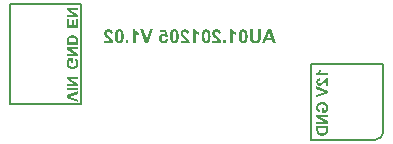
<source format=gbo>
G04*
G04 #@! TF.GenerationSoftware,Altium Limited,Altium Designer,19.0.15 (446)*
G04*
G04 Layer_Color=16777215*
%FSTAX24Y24*%
%MOIN*%
G70*
G01*
G75*
%ADD52C,0.0050*%
G36*
X016974Y013763D02*
X016984Y013762D01*
X017004Y013759D01*
X017021Y013754D01*
X017029Y013751D01*
X017037Y013748D01*
X017043Y013745D01*
X017048Y013742D01*
X017054Y013739D01*
X017058Y013737D01*
X017061Y013735D01*
X017063Y013733D01*
X017064Y013733D01*
X017065Y013732D01*
X017072Y013726D01*
X017079Y013719D01*
X017084Y013711D01*
X01709Y013703D01*
X017098Y013686D01*
X017104Y013669D01*
X017106Y013661D01*
X017108Y013653D01*
X01711Y013647D01*
X017111Y013641D01*
X017112Y013636D01*
Y013632D01*
X017113Y01363D01*
Y013629D01*
X017026Y013621D01*
X017025Y013634D01*
X017022Y013645D01*
X01702Y013655D01*
X017016Y013662D01*
X017014Y013668D01*
X017011Y013672D01*
X017009Y013674D01*
X017008Y013675D01*
X017002Y01368D01*
X016995Y013684D01*
X016987Y013688D01*
X01698Y01369D01*
X016974Y013691D01*
X016969Y013692D01*
X016964D01*
X016955Y013691D01*
X016946Y013689D01*
X016939Y013686D01*
X016932Y013684D01*
X016928Y013681D01*
X016924Y013678D01*
X016922Y013676D01*
X016921Y013676D01*
X016916Y013669D01*
X016912Y013662D01*
X016909Y013655D01*
X016907Y013648D01*
X016906Y013641D01*
X016905Y013635D01*
Y013632D01*
Y013631D01*
Y01363D01*
X016906Y013621D01*
X016908Y013611D01*
X016911Y013602D01*
X016915Y013594D01*
X016918Y013587D01*
X016921Y013582D01*
X016923Y013579D01*
X016924Y013577D01*
X016926Y013573D01*
X01693Y013569D01*
X016936Y013563D01*
X016941Y013558D01*
X016953Y013545D01*
X016964Y013533D01*
X016976Y013521D01*
X016981Y013516D01*
X016987Y013512D01*
X016991Y013508D01*
X016993Y013505D01*
X016995Y013503D01*
X016996Y013503D01*
X017009Y01349D01*
X017021Y013478D01*
X017032Y013467D01*
X017042Y013457D01*
X017051Y013447D01*
X017059Y013438D01*
X017066Y01343D01*
X017072Y013423D01*
X017077Y013416D01*
X017082Y01341D01*
X017086Y013405D01*
X017088Y013401D01*
X017091Y013398D01*
X017092Y013396D01*
X017094Y013394D01*
Y013394D01*
X017102Y013379D01*
X017109Y013363D01*
X017114Y013348D01*
X017118Y013335D01*
X017121Y013323D01*
X017121Y013319D01*
X017122Y013315D01*
X017123Y013312D01*
X017123Y013309D01*
Y013308D01*
Y013307D01*
X016818D01*
Y013388D01*
X016991D01*
X016986Y013396D01*
X01698Y013404D01*
X016978Y013407D01*
X016976Y013409D01*
X016974Y013411D01*
X016974Y013411D01*
X016971Y013414D01*
X016968Y013417D01*
X01696Y013425D01*
X016952Y013433D01*
X016943Y013442D01*
X016935Y013449D01*
X016928Y013456D01*
X016925Y013459D01*
X016923Y013461D01*
X016922Y013461D01*
X016921Y013462D01*
X016907Y013476D01*
X016895Y013487D01*
X016885Y013497D01*
X016877Y013505D01*
X016871Y013512D01*
X016867Y013516D01*
X016865Y01352D01*
X016864Y01352D01*
X016856Y013531D01*
X016848Y013542D01*
X016842Y013552D01*
X016838Y01356D01*
X016834Y013568D01*
X016831Y013573D01*
X01683Y013577D01*
X016829Y013578D01*
X016825Y013589D01*
X016823Y013599D01*
X016821Y013609D01*
X016819Y013618D01*
X016819Y013625D01*
X016818Y013631D01*
Y013635D01*
Y013636D01*
X016819Y013646D01*
X01682Y013656D01*
X016821Y013665D01*
X016824Y013674D01*
X016831Y013689D01*
X016837Y013702D01*
X016841Y013708D01*
X016844Y013712D01*
X016848Y013717D01*
X016851Y01372D01*
X016854Y013723D01*
X016855Y013726D01*
X016856Y013726D01*
X016857Y013727D01*
X016864Y013733D01*
X016873Y013739D01*
X01688Y013744D01*
X01689Y013748D01*
X016907Y013754D01*
X016924Y013759D01*
X016932Y01376D01*
X016939Y013762D01*
X016945Y013762D01*
X016951Y013763D01*
X016956Y013764D01*
X016962D01*
X016974Y013763D01*
D02*
G37*
G36*
X015915Y013763D02*
X015925Y013762D01*
X015946Y013759D01*
X015963Y013754D01*
X015971Y013751D01*
X015978Y013748D01*
X015984Y013745D01*
X01599Y013742D01*
X015995Y013739D01*
X015999Y013737D01*
X016002Y013735D01*
X016004Y013733D01*
X016005Y013733D01*
X016006Y013732D01*
X016013Y013726D01*
X01602Y013719D01*
X016026Y013711D01*
X016031Y013703D01*
X016039Y013686D01*
X016045Y013669D01*
X016047Y013661D01*
X016049Y013653D01*
X016051Y013647D01*
X016052Y013641D01*
X016053Y013636D01*
Y013632D01*
X016054Y01363D01*
Y013629D01*
X015967Y013621D01*
X015966Y013634D01*
X015963Y013645D01*
X015961Y013655D01*
X015957Y013662D01*
X015955Y013668D01*
X015952Y013672D01*
X01595Y013674D01*
X01595Y013675D01*
X015943Y01368D01*
X015936Y013684D01*
X015929Y013688D01*
X015921Y01369D01*
X015915Y013691D01*
X01591Y013692D01*
X015906D01*
X015896Y013691D01*
X015887Y013689D01*
X01588Y013686D01*
X015873Y013684D01*
X015869Y013681D01*
X015865Y013678D01*
X015863Y013676D01*
X015862Y013676D01*
X015857Y013669D01*
X015853Y013662D01*
X015851Y013655D01*
X015849Y013648D01*
X015847Y013641D01*
X015847Y013635D01*
Y013632D01*
Y013631D01*
Y01363D01*
X015847Y013621D01*
X015849Y013611D01*
X015853Y013602D01*
X015856Y013594D01*
X015859Y013587D01*
X015862Y013582D01*
X015864Y013579D01*
X015865Y013577D01*
X015868Y013573D01*
X015872Y013569D01*
X015877Y013563D01*
X015882Y013558D01*
X015894Y013545D01*
X015906Y013533D01*
X015917Y013521D01*
X015923Y013516D01*
X015928Y013512D01*
X015932Y013508D01*
X015934Y013505D01*
X015936Y013503D01*
X015937Y013503D01*
X01595Y01349D01*
X015962Y013478D01*
X015973Y013467D01*
X015983Y013457D01*
X015992Y013447D01*
X016Y013438D01*
X016007Y01343D01*
X016013Y013423D01*
X016018Y013416D01*
X016023Y01341D01*
X016027Y013405D01*
X01603Y013401D01*
X016032Y013398D01*
X016034Y013396D01*
X016035Y013394D01*
Y013394D01*
X016043Y013379D01*
X01605Y013363D01*
X016055Y013348D01*
X016059Y013335D01*
X016062Y013323D01*
X016062Y013319D01*
X016063Y013315D01*
X016064Y013312D01*
X016064Y013309D01*
Y013308D01*
Y013307D01*
X015759D01*
Y013388D01*
X015933D01*
X015927Y013396D01*
X015921Y013404D01*
X015919Y013407D01*
X015917Y013409D01*
X015915Y013411D01*
X015915Y013411D01*
X015912Y013414D01*
X01591Y013417D01*
X015902Y013425D01*
X015893Y013433D01*
X015885Y013442D01*
X015876Y013449D01*
X015869Y013456D01*
X015866Y013459D01*
X015864Y013461D01*
X015863Y013461D01*
X015862Y013462D01*
X015848Y013476D01*
X015836Y013487D01*
X015826Y013497D01*
X015818Y013505D01*
X015812Y013512D01*
X015809Y013516D01*
X015806Y01352D01*
X015805Y01352D01*
X015797Y013531D01*
X01579Y013542D01*
X015784Y013552D01*
X015779Y01356D01*
X015775Y013568D01*
X015772Y013573D01*
X015771Y013577D01*
X01577Y013578D01*
X015767Y013589D01*
X015764Y013599D01*
X015762Y013609D01*
X015761Y013618D01*
X01576Y013625D01*
X015759Y013631D01*
Y013635D01*
Y013636D01*
X01576Y013646D01*
X015761Y013656D01*
X015763Y013665D01*
X015765Y013674D01*
X015772Y013689D01*
X015778Y013702D01*
X015782Y013708D01*
X015786Y013712D01*
X015789Y013717D01*
X015792Y01372D01*
X015795Y013723D01*
X015796Y013726D01*
X015797Y013726D01*
X015798Y013727D01*
X015805Y013733D01*
X015814Y013739D01*
X015822Y013744D01*
X015831Y013748D01*
X015848Y013754D01*
X015865Y013759D01*
X015873Y01376D01*
X01588Y013762D01*
X015887Y013762D01*
X015893Y013763D01*
X015897Y013764D01*
X015904D01*
X015915Y013763D01*
D02*
G37*
G36*
X013374D02*
X013385Y013762D01*
X013405Y013759D01*
X013422Y013754D01*
X01343Y013751D01*
X013437Y013748D01*
X013444Y013745D01*
X013449Y013742D01*
X013454Y013739D01*
X013458Y013737D01*
X013461Y013735D01*
X013463Y013733D01*
X013465Y013733D01*
X013465Y013732D01*
X013473Y013726D01*
X013479Y013719D01*
X013485Y013711D01*
X01349Y013703D01*
X013498Y013686D01*
X013505Y013669D01*
X013507Y013661D01*
X013509Y013653D01*
X013511Y013647D01*
X013511Y013641D01*
X013513Y013636D01*
Y013632D01*
X013513Y01363D01*
Y013629D01*
X013427Y013621D01*
X013425Y013634D01*
X013423Y013645D01*
X01342Y013655D01*
X013417Y013662D01*
X013414Y013668D01*
X013412Y013672D01*
X01341Y013674D01*
X013409Y013675D01*
X013402Y01368D01*
X013395Y013684D01*
X013388Y013688D01*
X013381Y01369D01*
X013375Y013691D01*
X01337Y013692D01*
X013365D01*
X013355Y013691D01*
X013347Y013689D01*
X013339Y013686D01*
X013333Y013684D01*
X013328Y013681D01*
X013324Y013678D01*
X013322Y013676D01*
X013322Y013676D01*
X013316Y013669D01*
X013312Y013662D01*
X01331Y013655D01*
X013308Y013648D01*
X013307Y013641D01*
X013306Y013635D01*
Y013632D01*
Y013631D01*
Y01363D01*
X013307Y013621D01*
X013309Y013611D01*
X013312Y013602D01*
X013315Y013594D01*
X013318Y013587D01*
X013322Y013582D01*
X013324Y013579D01*
X013324Y013577D01*
X013327Y013573D01*
X013331Y013569D01*
X013336Y013563D01*
X013341Y013558D01*
X013353Y013545D01*
X013365Y013533D01*
X013377Y013521D01*
X013382Y013516D01*
X013387Y013512D01*
X013391Y013508D01*
X013394Y013505D01*
X013396Y013503D01*
X013396Y013503D01*
X01341Y01349D01*
X013421Y013478D01*
X013433Y013467D01*
X013442Y013457D01*
X013452Y013447D01*
X013459Y013438D01*
X013467Y01343D01*
X013473Y013423D01*
X013478Y013416D01*
X013482Y01341D01*
X013486Y013405D01*
X013489Y013401D01*
X013492Y013398D01*
X013493Y013396D01*
X013494Y013394D01*
Y013394D01*
X013503Y013379D01*
X013509Y013363D01*
X013515Y013348D01*
X013518Y013335D01*
X013521Y013323D01*
X013522Y013319D01*
X013522Y013315D01*
X013523Y013312D01*
X013524Y013309D01*
Y013308D01*
Y013307D01*
X013219D01*
Y013388D01*
X013392D01*
X013387Y013396D01*
X013381Y013404D01*
X013378Y013407D01*
X013376Y013409D01*
X013375Y013411D01*
X013374Y013411D01*
X013371Y013414D01*
X013369Y013417D01*
X013361Y013425D01*
X013352Y013433D01*
X013344Y013442D01*
X013335Y013449D01*
X013328Y013456D01*
X013326Y013459D01*
X013324Y013461D01*
X013322Y013461D01*
X013322Y013462D01*
X013307Y013476D01*
X013295Y013487D01*
X013286Y013497D01*
X013278Y013505D01*
X013272Y013512D01*
X013268Y013516D01*
X013265Y01352D01*
X013265Y01352D01*
X013256Y013531D01*
X013249Y013542D01*
X013243Y013552D01*
X013238Y01356D01*
X013234Y013568D01*
X013232Y013573D01*
X01323Y013577D01*
X01323Y013578D01*
X013226Y013589D01*
X013223Y013599D01*
X013221Y013609D01*
X01322Y013618D01*
X013219Y013625D01*
X013219Y013631D01*
Y013635D01*
Y013636D01*
X013219Y013646D01*
X013221Y013656D01*
X013222Y013665D01*
X013225Y013674D01*
X013231Y013689D01*
X013238Y013702D01*
X013242Y013708D01*
X013245Y013712D01*
X013248Y013717D01*
X013251Y01372D01*
X013254Y013723D01*
X013255Y013726D01*
X013257Y013726D01*
X013257Y013727D01*
X013265Y013733D01*
X013273Y013739D01*
X013281Y013744D01*
X01329Y013748D01*
X013307Y013754D01*
X013324Y013759D01*
X013332Y01376D01*
X013339Y013762D01*
X013346Y013762D01*
X013352Y013763D01*
X013356Y013764D01*
X013363D01*
X013374Y013763D01*
D02*
G37*
G36*
X015336Y013518D02*
X015265Y013508D01*
X015259Y013514D01*
X015254Y01352D01*
X015248Y013524D01*
X015242Y013528D01*
X015231Y013534D01*
X01522Y013538D01*
X015211Y01354D01*
X015204Y013541D01*
X015202Y013542D01*
X015198D01*
X015187Y013541D01*
X015177Y013539D01*
X015169Y013535D01*
X015162Y013531D01*
X015156Y013527D01*
X015152Y013524D01*
X015149Y013521D01*
X015149Y01352D01*
X015142Y013512D01*
X015137Y013502D01*
X015134Y013491D01*
X015132Y013481D01*
X01513Y013472D01*
X01513Y013465D01*
Y013461D01*
Y013459D01*
Y013458D01*
Y013457D01*
X01513Y013442D01*
X015132Y013428D01*
X015135Y013417D01*
X015139Y013407D01*
X015143Y0134D01*
X015145Y013394D01*
X015148Y013392D01*
X015149Y01339D01*
X015156Y013383D01*
X015164Y013377D01*
X015172Y013373D01*
X015179Y013371D01*
X015185Y013369D01*
X015191Y013369D01*
X015194Y013368D01*
X015195D01*
X015204Y013369D01*
X015212Y013371D01*
X015219Y013373D01*
X015225Y013377D01*
X015231Y01338D01*
X015235Y013383D01*
X015237Y013384D01*
X015238Y013385D01*
X015244Y013392D01*
X015249Y0134D01*
X015253Y013407D01*
X015256Y013415D01*
X015258Y013421D01*
X015259Y013427D01*
X015259Y01343D01*
Y013432D01*
X015346Y013423D01*
X015344Y013412D01*
X015342Y013402D01*
X015336Y013384D01*
X015328Y013369D01*
X015324Y013362D01*
X01532Y013356D01*
X015316Y01335D01*
X015313Y013346D01*
X015309Y013342D01*
X015306Y013338D01*
X015303Y013335D01*
X015301Y013333D01*
X0153Y013333D01*
X015299Y013332D01*
X015292Y013326D01*
X015284Y013321D01*
X015275Y013316D01*
X015267Y013313D01*
X015249Y013306D01*
X015233Y013302D01*
X015225Y013301D01*
X015219Y013301D01*
X015212Y0133D01*
X015207Y013299D01*
X015202Y013299D01*
X015196D01*
X015182Y013299D01*
X015168Y013301D01*
X015156Y013304D01*
X015144Y013308D01*
X015133Y013312D01*
X015123Y013318D01*
X015114Y013323D01*
X015105Y013329D01*
X015098Y013334D01*
X015092Y013339D01*
X015086Y013344D01*
X015081Y013349D01*
X015078Y013353D01*
X015075Y013356D01*
X015074Y013358D01*
X015073Y013358D01*
X015067Y013367D01*
X015062Y013375D01*
X015058Y013384D01*
X015054Y013393D01*
X015048Y01341D01*
X015044Y013426D01*
X015043Y013432D01*
X015042Y013439D01*
X015041Y013445D01*
Y01345D01*
X01504Y013454D01*
Y013457D01*
Y013459D01*
Y013459D01*
X015041Y013472D01*
X015042Y013484D01*
X015044Y013495D01*
X015047Y013505D01*
X01505Y013514D01*
X015053Y013524D01*
X015057Y013532D01*
X015061Y013539D01*
X015065Y013546D01*
X015068Y013552D01*
X015072Y013557D01*
X015074Y013561D01*
X015077Y013564D01*
X015079Y013567D01*
X01508Y013568D01*
X015081Y013569D01*
X015089Y013576D01*
X015097Y013583D01*
X015105Y013589D01*
X015114Y013594D01*
X015122Y013598D01*
X01513Y013601D01*
X015145Y013606D01*
X015153Y013608D01*
X015159Y013609D01*
X015165Y01361D01*
X01517Y013611D01*
X015174Y013611D01*
X015179D01*
X015191Y013611D01*
X015202Y013609D01*
X015212Y013607D01*
X015221Y013604D01*
X015228Y013601D01*
X015234Y013599D01*
X015238Y013597D01*
X015238Y013596D01*
X015239D01*
X015225Y013674D01*
X015061D01*
Y013755D01*
X015291D01*
X015336Y013518D01*
D02*
G37*
G36*
X017496Y013749D02*
X017505Y013735D01*
X017514Y013722D01*
X017523Y013711D01*
X017531Y013703D01*
X017538Y013696D01*
X017541Y013693D01*
X017543Y013692D01*
X017544Y013691D01*
X017545Y01369D01*
X017559Y01368D01*
X017573Y013671D01*
X017586Y013663D01*
X017597Y013658D01*
X017606Y013654D01*
X017613Y013651D01*
X017615Y01365D01*
X017617Y01365D01*
X017618Y013649D01*
X017618D01*
Y01357D01*
X017595Y013579D01*
X017574Y013589D01*
X017564Y013594D01*
X017555Y0136D01*
X017546Y013606D01*
X017538Y013611D01*
X017531Y013616D01*
X017525Y013621D01*
X017519Y013625D01*
X017515Y013629D01*
X017511Y013632D01*
X017508Y013634D01*
X017507Y013635D01*
X017506Y013636D01*
Y013307D01*
X017419D01*
Y013764D01*
X01749D01*
X017496Y013749D01*
D02*
G37*
G36*
X016261D02*
X01627Y013735D01*
X016279Y013722D01*
X016288Y013711D01*
X016296Y013703D01*
X016303Y013696D01*
X016306Y013693D01*
X016308Y013692D01*
X016309Y013691D01*
X01631Y01369D01*
X016324Y01368D01*
X016338Y013671D01*
X01635Y013663D01*
X016362Y013658D01*
X016371Y013654D01*
X016377Y013651D01*
X01638Y01365D01*
X016382Y01365D01*
X016383Y013649D01*
X016383D01*
Y01357D01*
X01636Y013579D01*
X016339Y013589D01*
X016329Y013594D01*
X01632Y0136D01*
X016311Y013606D01*
X016303Y013611D01*
X016296Y013616D01*
X016289Y013621D01*
X016284Y013625D01*
X01628Y013629D01*
X016276Y013632D01*
X016273Y013634D01*
X016272Y013635D01*
X016271Y013636D01*
Y013307D01*
X016184D01*
Y013764D01*
X016255D01*
X016261Y013749D01*
D02*
G37*
G36*
X01425Y013749D02*
X014258Y013735D01*
X014268Y013722D01*
X014277Y013711D01*
X014285Y013703D01*
X014292Y013696D01*
X014295Y013693D01*
X014296Y013692D01*
X014298Y013691D01*
X014298Y01369D01*
X014313Y01368D01*
X014327Y013671D01*
X014339Y013663D01*
X01435Y013658D01*
X014359Y013654D01*
X014366Y013651D01*
X014369Y01365D01*
X014371Y01365D01*
X014371Y013649D01*
X014372D01*
Y01357D01*
X014348Y013579D01*
X014327Y013589D01*
X014317Y013594D01*
X014308Y0136D01*
X0143Y013606D01*
X014292Y013611D01*
X014285Y013616D01*
X014278Y013621D01*
X014273Y013625D01*
X014268Y013629D01*
X014264Y013632D01*
X014262Y013634D01*
X01426Y013635D01*
X01426Y013636D01*
Y013307D01*
X014172D01*
Y013764D01*
X014243D01*
X01425Y013749D01*
D02*
G37*
G36*
X014682Y013307D02*
X014583D01*
X014422Y013761D01*
X014519D01*
X01463Y013425D01*
X014746Y013761D01*
X014845D01*
X014682Y013307D01*
D02*
G37*
G36*
X018434Y013518D02*
Y013505D01*
X018433Y013491D01*
Y013479D01*
X018433Y013468D01*
X018432Y013457D01*
X018431Y013448D01*
X018431Y01344D01*
X018429Y013432D01*
X018429Y013425D01*
X018428Y013419D01*
X018427Y013414D01*
X018427Y01341D01*
X018426Y013407D01*
Y013405D01*
X018425Y013404D01*
Y013403D01*
X018422Y013393D01*
X018419Y013384D01*
X018414Y013375D01*
X01841Y013368D01*
X018406Y013362D01*
X018403Y013356D01*
X0184Y013354D01*
X0184Y013352D01*
X018392Y013344D01*
X018383Y013336D01*
X018374Y013329D01*
X018366Y013323D01*
X018358Y013319D01*
X018352Y013316D01*
X018348Y013314D01*
X018347Y013313D01*
X018347D01*
X01834Y01331D01*
X018333Y013308D01*
X018316Y013304D01*
X0183Y013302D01*
X018284Y013301D01*
X018277Y0133D01*
X01827Y013299D01*
X018264D01*
X018258Y013299D01*
X018248D01*
X018229Y013299D01*
X018211Y013301D01*
X018196Y013303D01*
X018184Y013306D01*
X018179Y013306D01*
X018173Y013308D01*
X018169Y013309D01*
X018166Y01331D01*
X018164Y013311D01*
X018162Y013312D01*
X018161Y013312D01*
X01816D01*
X018148Y013318D01*
X018138Y013324D01*
X018129Y01333D01*
X018121Y013336D01*
X018115Y013341D01*
X01811Y013345D01*
X018108Y013348D01*
X018107Y013349D01*
X0181Y013358D01*
X018094Y013368D01*
X018089Y013377D01*
X018086Y013386D01*
X018083Y013394D01*
X018081Y013401D01*
X01808Y013403D01*
Y013405D01*
X01808Y013405D01*
Y013406D01*
X018078Y013413D01*
X018077Y013421D01*
X018076Y01343D01*
X018075Y013438D01*
X018074Y013458D01*
X018072Y013477D01*
Y013486D01*
Y013494D01*
X018072Y013502D01*
Y013508D01*
Y013514D01*
Y013518D01*
Y013521D01*
Y013522D01*
Y013761D01*
X018164D01*
Y013509D01*
Y013499D01*
Y01349D01*
X018164Y013482D01*
Y013474D01*
X018165Y013467D01*
Y013461D01*
X018166Y013455D01*
Y013449D01*
X018167Y013442D01*
X018168Y013436D01*
X018168Y013432D01*
Y013431D01*
X01817Y013423D01*
X018173Y013415D01*
X018177Y013409D01*
X018181Y013403D01*
X018185Y013398D01*
X018189Y013395D01*
X018191Y013393D01*
X018192Y013392D01*
X0182Y013387D01*
X01821Y013383D01*
X018219Y013381D01*
X018229Y013379D01*
X018237Y013377D01*
X018244Y013377D01*
X01825D01*
X018264Y013377D01*
X018276Y013379D01*
X018286Y013382D01*
X018295Y013385D01*
X018302Y013388D01*
X018307Y01339D01*
X01831Y013392D01*
X018311Y013393D01*
X018318Y0134D01*
X018324Y013407D01*
X01833Y013415D01*
X018333Y013422D01*
X018335Y013428D01*
X018337Y013434D01*
X018339Y013437D01*
Y013438D01*
X018339Y013442D01*
X01834Y013446D01*
Y013451D01*
X018341Y013457D01*
X018341Y01347D01*
Y013483D01*
X018342Y013495D01*
Y0135D01*
Y013505D01*
Y013509D01*
Y013512D01*
Y013514D01*
Y013514D01*
Y013761D01*
X018434D01*
Y013518D01*
D02*
G37*
G36*
X018937Y013307D02*
X01884D01*
X018803Y01341D01*
X01862D01*
X018581Y013307D01*
X018482D01*
X018664Y013761D01*
X018761D01*
X018937Y013307D01*
D02*
G37*
G36*
X01727D02*
X017183D01*
Y013394D01*
X01727D01*
Y013307D01*
D02*
G37*
G36*
X014024Y013307D02*
X013936D01*
Y013394D01*
X014024D01*
Y013307D01*
D02*
G37*
G36*
X017859Y013763D02*
X01787Y013762D01*
X017881Y013759D01*
X017891Y013756D01*
X017901Y013753D01*
X017909Y013749D01*
X017916Y013745D01*
X017923Y01374D01*
X017929Y013735D01*
X017935Y013732D01*
X01794Y013728D01*
X017943Y013724D01*
X017946Y013721D01*
X017948Y013718D01*
X01795Y013717D01*
X01795Y013716D01*
X017958Y013705D01*
X017965Y013692D01*
X017971Y013678D01*
X017976Y013664D01*
X01798Y013649D01*
X017984Y013633D01*
X017986Y013618D01*
X017989Y013603D01*
X01799Y013589D01*
X017992Y013575D01*
X017993Y013563D01*
X017994Y013552D01*
X017994Y013544D01*
Y013537D01*
Y013535D01*
Y013533D01*
Y013532D01*
Y013531D01*
X017994Y013508D01*
X017992Y013486D01*
X01799Y013466D01*
X017988Y013447D01*
X017985Y013431D01*
X017982Y013416D01*
X017978Y013403D01*
X017974Y013391D01*
X017971Y013381D01*
X017967Y013372D01*
X017964Y013365D01*
X01796Y013359D01*
X017958Y013355D01*
X017956Y013352D01*
X017955Y01335D01*
X017954Y013349D01*
X017946Y01334D01*
X017938Y013333D01*
X017929Y013325D01*
X01792Y01332D01*
X017912Y013315D01*
X017902Y013311D01*
X017894Y013308D01*
X017885Y013305D01*
X017878Y013302D01*
X01787Y013301D01*
X017864Y0133D01*
X017859Y013299D01*
X017854D01*
X01785Y013299D01*
X017847D01*
X017836Y013299D01*
X017824Y013301D01*
X017813Y013303D01*
X017803Y013306D01*
X017794Y013309D01*
X017786Y013313D01*
X017779Y013318D01*
X017771Y013322D01*
X017765Y013326D01*
X017759Y013331D01*
X017755Y013335D01*
X017751Y013338D01*
X017748Y013341D01*
X017746Y013343D01*
X017745Y013344D01*
X017744Y013345D01*
X017737Y013356D01*
X01773Y013369D01*
X017723Y013383D01*
X017719Y013398D01*
X017714Y013413D01*
X017711Y013428D01*
X017708Y013444D01*
X017705Y013459D01*
X017704Y013474D01*
X017702Y013487D01*
X017701Y013499D01*
X0177Y01351D01*
X0177Y013518D01*
Y013525D01*
Y013527D01*
Y013529D01*
Y01353D01*
Y013531D01*
X0177Y013554D01*
X017702Y013576D01*
X017704Y013596D01*
X017707Y013614D01*
X01771Y013631D01*
X017714Y013646D01*
X017718Y01366D01*
X017722Y013672D01*
X017726Y013683D01*
X01773Y013692D01*
X017734Y013699D01*
X017737Y013706D01*
X01774Y013711D01*
X017742Y013714D01*
X017744Y013716D01*
X017744Y013716D01*
X017752Y013725D01*
X017759Y013732D01*
X017768Y013738D01*
X017777Y013744D01*
X017785Y013749D01*
X017794Y013752D01*
X017801Y013755D01*
X01781Y013758D01*
X017818Y01376D01*
X017824Y013761D01*
X017831Y013762D01*
X017836Y013763D01*
X017841Y013764D01*
X017847D01*
X017859Y013763D01*
D02*
G37*
G36*
X016624D02*
X016635Y013762D01*
X016646Y013759D01*
X016656Y013756D01*
X016665Y013753D01*
X016674Y013749D01*
X016681Y013745D01*
X016688Y01374D01*
X016694Y013735D01*
X0167Y013732D01*
X016705Y013728D01*
X016708Y013724D01*
X016711Y013721D01*
X016713Y013718D01*
X016714Y013717D01*
X016715Y013716D01*
X016723Y013705D01*
X01673Y013692D01*
X016735Y013678D01*
X016741Y013664D01*
X016745Y013649D01*
X016749Y013633D01*
X016751Y013618D01*
X016754Y013603D01*
X016755Y013589D01*
X016756Y013575D01*
X016758Y013563D01*
X016758Y013552D01*
X016759Y013544D01*
Y013537D01*
Y013535D01*
Y013533D01*
Y013532D01*
Y013531D01*
X016758Y013508D01*
X016757Y013486D01*
X016755Y013466D01*
X016753Y013447D01*
X01675Y013431D01*
X016747Y013416D01*
X016743Y013403D01*
X016739Y013391D01*
X016735Y013381D01*
X016732Y013372D01*
X016728Y013365D01*
X016725Y013359D01*
X016723Y013355D01*
X016721Y013352D01*
X01672Y01335D01*
X016719Y013349D01*
X016711Y01334D01*
X016703Y013333D01*
X016694Y013325D01*
X016685Y01332D01*
X016676Y013315D01*
X016667Y013311D01*
X016659Y013308D01*
X01665Y013305D01*
X016642Y013302D01*
X016635Y013301D01*
X016629Y0133D01*
X016623Y013299D01*
X016619D01*
X016615Y013299D01*
X016612D01*
X0166Y013299D01*
X016589Y013301D01*
X016578Y013303D01*
X016568Y013306D01*
X016559Y013309D01*
X01655Y013313D01*
X016543Y013318D01*
X016536Y013322D01*
X01653Y013326D01*
X016524Y013331D01*
X01652Y013335D01*
X016516Y013338D01*
X016513Y013341D01*
X016511Y013343D01*
X01651Y013344D01*
X016509Y013345D01*
X016501Y013356D01*
X016495Y013369D01*
X016488Y013383D01*
X016484Y013398D01*
X016479Y013413D01*
X016476Y013428D01*
X016472Y013444D01*
X01647Y013459D01*
X016468Y013474D01*
X016467Y013487D01*
X016466Y013499D01*
X016465Y01351D01*
X016465Y013518D01*
Y013525D01*
Y013527D01*
Y013529D01*
Y01353D01*
Y013531D01*
X016465Y013554D01*
X016467Y013576D01*
X016468Y013596D01*
X016472Y013614D01*
X016475Y013631D01*
X016478Y013646D01*
X016483Y01366D01*
X016487Y013672D01*
X016491Y013683D01*
X016495Y013692D01*
X016499Y013699D01*
X016502Y013706D01*
X016505Y013711D01*
X016507Y013714D01*
X016509Y013716D01*
X016509Y013716D01*
X016516Y013725D01*
X016524Y013732D01*
X016533Y013738D01*
X016541Y013744D01*
X01655Y013749D01*
X016558Y013752D01*
X016566Y013755D01*
X016575Y013758D01*
X016583Y01376D01*
X016589Y013761D01*
X016596Y013762D01*
X016601Y013763D01*
X016606Y013764D01*
X016612D01*
X016624Y013763D01*
D02*
G37*
G36*
X015565Y013763D02*
X015576Y013762D01*
X015587Y013759D01*
X015597Y013756D01*
X015606Y013753D01*
X015615Y013749D01*
X015622Y013745D01*
X015629Y01374D01*
X015635Y013735D01*
X015641Y013732D01*
X015646Y013728D01*
X015649Y013724D01*
X015652Y013721D01*
X015654Y013718D01*
X015656Y013717D01*
X015656Y013716D01*
X015664Y013705D01*
X015671Y013692D01*
X015677Y013678D01*
X015682Y013664D01*
X015686Y013649D01*
X01569Y013633D01*
X015692Y013618D01*
X015695Y013603D01*
X015696Y013589D01*
X015698Y013575D01*
X015699Y013563D01*
X0157Y013552D01*
X0157Y013544D01*
Y013537D01*
Y013535D01*
Y013533D01*
Y013532D01*
Y013531D01*
X0157Y013508D01*
X015698Y013486D01*
X015696Y013466D01*
X015694Y013447D01*
X015691Y013431D01*
X015688Y013416D01*
X015684Y013403D01*
X01568Y013391D01*
X015677Y013381D01*
X015673Y013372D01*
X015669Y013365D01*
X015666Y013359D01*
X015664Y013355D01*
X015662Y013352D01*
X015661Y01335D01*
X01566Y013349D01*
X015652Y01334D01*
X015644Y013333D01*
X015635Y013325D01*
X015626Y01332D01*
X015618Y013315D01*
X015608Y013311D01*
X0156Y013308D01*
X015591Y013305D01*
X015584Y013302D01*
X015576Y013301D01*
X01557Y0133D01*
X015565Y013299D01*
X01556D01*
X015556Y013299D01*
X015553D01*
X015542Y013299D01*
X01553Y013301D01*
X015519Y013303D01*
X015509Y013306D01*
X0155Y013309D01*
X015492Y013313D01*
X015484Y013318D01*
X015477Y013322D01*
X015471Y013326D01*
X015465Y013331D01*
X015461Y013335D01*
X015457Y013338D01*
X015454Y013341D01*
X015452Y013343D01*
X015451Y013344D01*
X01545Y013345D01*
X015443Y013356D01*
X015436Y013369D01*
X015429Y013383D01*
X015425Y013398D01*
X01542Y013413D01*
X015417Y013428D01*
X015414Y013444D01*
X015411Y013459D01*
X01541Y013474D01*
X015408Y013487D01*
X015407Y013499D01*
X015406Y01351D01*
X015406Y013518D01*
Y013525D01*
Y013527D01*
Y013529D01*
Y01353D01*
Y013531D01*
X015406Y013554D01*
X015408Y013576D01*
X01541Y013596D01*
X015413Y013614D01*
X015416Y013631D01*
X01542Y013646D01*
X015424Y01366D01*
X015428Y013672D01*
X015432Y013683D01*
X015436Y013692D01*
X01544Y013699D01*
X015443Y013706D01*
X015446Y013711D01*
X015448Y013714D01*
X01545Y013716D01*
X01545Y013716D01*
X015458Y013725D01*
X015465Y013732D01*
X015474Y013738D01*
X015483Y013744D01*
X015491Y013749D01*
X0155Y013752D01*
X015507Y013755D01*
X015516Y013758D01*
X015524Y01376D01*
X01553Y013761D01*
X015537Y013762D01*
X015542Y013763D01*
X015547Y013764D01*
X015553D01*
X015565Y013763D01*
D02*
G37*
G36*
X01373D02*
X013741Y013762D01*
X013753Y013759D01*
X013762Y013756D01*
X013772Y013753D01*
X01378Y013749D01*
X013787Y013745D01*
X013795Y01374D01*
X013801Y013735D01*
X013806Y013732D01*
X013811Y013728D01*
X013814Y013724D01*
X013818Y013721D01*
X01382Y013718D01*
X013821Y013717D01*
X013822Y013716D01*
X013829Y013705D01*
X013836Y013692D01*
X013842Y013678D01*
X013847Y013664D01*
X013851Y013649D01*
X013855Y013633D01*
X013858Y013618D01*
X01386Y013603D01*
X013862Y013589D01*
X013863Y013575D01*
X013864Y013563D01*
X013865Y013552D01*
X013865Y013544D01*
Y013537D01*
Y013535D01*
Y013533D01*
Y013532D01*
Y013531D01*
X013865Y013508D01*
X013864Y013486D01*
X013862Y013466D01*
X013859Y013447D01*
X013856Y013431D01*
X013853Y013416D01*
X013849Y013403D01*
X013845Y013391D01*
X013842Y013381D01*
X013838Y013372D01*
X013835Y013365D01*
X013831Y013359D01*
X013829Y013355D01*
X013827Y013352D01*
X013826Y01335D01*
X013825Y013349D01*
X013818Y01334D01*
X013809Y013333D01*
X013801Y013325D01*
X013791Y01332D01*
X013783Y013315D01*
X013774Y013311D01*
X013765Y013308D01*
X013757Y013305D01*
X013749Y013302D01*
X013741Y013301D01*
X013735Y0133D01*
X01373Y013299D01*
X013725D01*
X013721Y013299D01*
X013719D01*
X013707Y013299D01*
X013696Y013301D01*
X013684Y013303D01*
X013675Y013306D01*
X013665Y013309D01*
X013657Y013313D01*
X01365Y013318D01*
X013642Y013322D01*
X013637Y013326D01*
X013631Y013331D01*
X013626Y013335D01*
X013622Y013338D01*
X013619Y013341D01*
X013618Y013343D01*
X013616Y013344D01*
X013616Y013345D01*
X013608Y013356D01*
X013601Y013369D01*
X013595Y013383D01*
X01359Y013398D01*
X013585Y013413D01*
X013582Y013428D01*
X013579Y013444D01*
X013576Y013459D01*
X013575Y013474D01*
X013574Y013487D01*
X013572Y013499D01*
X013572Y01351D01*
X013571Y013518D01*
Y013525D01*
Y013527D01*
Y013529D01*
Y01353D01*
Y013531D01*
X013572Y013554D01*
X013573Y013576D01*
X013575Y013596D01*
X013578Y013614D01*
X013581Y013631D01*
X013585Y013646D01*
X013589Y01366D01*
X013593Y013672D01*
X013597Y013683D01*
X013601Y013692D01*
X013605Y013699D01*
X013608Y013706D01*
X013612Y013711D01*
X013614Y013714D01*
X013615Y013716D01*
X013616Y013716D01*
X013623Y013725D01*
X013631Y013732D01*
X013639Y013738D01*
X013648Y013744D01*
X013656Y013749D01*
X013665Y013752D01*
X013673Y013755D01*
X013681Y013758D01*
X013689Y01376D01*
X013696Y013761D01*
X013702Y013762D01*
X013707Y013763D01*
X013712Y013764D01*
X013719D01*
X01373Y013763D01*
D02*
G37*
G36*
X012339Y014401D02*
X012085D01*
X012339Y014245D01*
Y014171D01*
X011961D01*
Y014241D01*
X01221D01*
X011961Y014395D01*
Y014471D01*
X012339D01*
Y014401D01*
D02*
G37*
G36*
X012025Y013895D02*
X012128D01*
Y014085D01*
X012192D01*
Y013895D01*
X012275D01*
Y014099D01*
X012339D01*
Y013819D01*
X011961D01*
Y014106D01*
X012025D01*
Y013895D01*
D02*
G37*
G36*
X012339Y012106D02*
X012085D01*
X012339Y01195D01*
Y011876D01*
X011961D01*
Y011947D01*
X01221D01*
X011961Y0121D01*
Y012177D01*
X012339D01*
Y012106D01*
D02*
G37*
G36*
Y011727D02*
X011961D01*
Y011803D01*
X012339D01*
Y011727D01*
D02*
G37*
G36*
Y011609D02*
X01206Y011517D01*
X012339Y011421D01*
Y011339D01*
X011961Y011474D01*
Y011556D01*
X012339Y011691D01*
Y011609D01*
D02*
G37*
G36*
X012173Y013562D02*
X01219Y01356D01*
X012198Y01356D01*
X012205Y013559D01*
X012212Y013558D01*
X012218Y013556D01*
X012223Y013555D01*
X012228Y013554D01*
X012233Y013553D01*
X012236Y013552D01*
X012239Y013551D01*
X012241Y01355D01*
X012242Y01355D01*
X012243D01*
X012256Y013545D01*
X012268Y013539D01*
X012278Y013533D01*
X012287Y013527D01*
X012294Y013522D01*
X012299Y013518D01*
X012303Y013515D01*
X012304Y013514D01*
Y013514D01*
X012312Y013505D01*
X01232Y013495D01*
X012326Y013485D01*
X01233Y013477D01*
X012334Y013469D01*
X012337Y013463D01*
X012338Y01346D01*
X012338Y013459D01*
X012339Y013458D01*
Y013457D01*
X012341Y013447D01*
X012343Y013435D01*
X012345Y013423D01*
X012345Y013412D01*
X012346Y013401D01*
X012346Y013397D01*
Y013246D01*
X011968D01*
Y013389D01*
X011969Y013404D01*
X01197Y013418D01*
X011971Y013429D01*
X011972Y013438D01*
X011974Y013446D01*
X011975Y013452D01*
X011976Y013454D01*
Y013455D01*
X011976Y013456D01*
Y013456D01*
X011981Y013469D01*
X011985Y013479D01*
X01199Y013488D01*
X011995Y013496D01*
X012Y013502D01*
X012003Y013506D01*
X012005Y013509D01*
X012006Y01351D01*
X012017Y013519D01*
X012027Y013527D01*
X012039Y013535D01*
X012049Y01354D01*
X012059Y013544D01*
X012063Y013547D01*
X012066Y013548D01*
X01207Y013549D01*
X012072Y01355D01*
X012073Y01355D01*
X012073D01*
X012086Y013554D01*
X0121Y013558D01*
X012113Y01356D01*
X012126Y013561D01*
X012132Y013561D01*
X012137Y013562D01*
X012142D01*
X012146Y013562D01*
X012149D01*
X012151D01*
X012153D01*
X012154D01*
X012173Y013562D01*
D02*
G37*
G36*
X012346Y013095D02*
X012092D01*
X012346Y012939D01*
Y012865D01*
X011968D01*
Y012936D01*
X012217D01*
X011968Y013089D01*
Y013165D01*
X012346D01*
Y013095D01*
D02*
G37*
G36*
X012171Y01263D02*
X012107D01*
Y012717D01*
X012059D01*
X012054Y012711D01*
X012049Y012704D01*
X012045Y012696D01*
X012042Y01269D01*
X012039Y012684D01*
X012037Y01268D01*
X012036Y012677D01*
X012036Y012676D01*
Y012676D01*
X012032Y012667D01*
X01203Y012658D01*
X012029Y01265D01*
X012027Y012643D01*
X012027Y012636D01*
X012026Y012632D01*
Y012628D01*
X012027Y012619D01*
X012028Y01261D01*
X01203Y012603D01*
X012032Y012595D01*
X012037Y012581D01*
X01204Y012576D01*
X012043Y01257D01*
X012047Y012565D01*
X012049Y012561D01*
X012053Y012558D01*
X012055Y012555D01*
X012057Y012552D01*
X012059Y012551D01*
X01206Y01255D01*
X01206Y012549D01*
X012067Y012544D01*
X012074Y012539D01*
X012082Y012535D01*
X01209Y012532D01*
X012107Y012527D01*
X012124Y012523D01*
X012131Y012522D01*
X012139Y012521D01*
X012145Y012521D01*
X012151Y01252D01*
X012155Y01252D01*
X012159D01*
X012161D01*
X012162D01*
X012173Y01252D01*
X012184Y012521D01*
X012194Y012522D01*
X012203Y012524D01*
X012211Y012526D01*
X012219Y012529D01*
X012226Y012532D01*
X012233Y012534D01*
X012238Y012536D01*
X012243Y012539D01*
X012247Y012542D01*
X01225Y012544D01*
X012253Y012546D01*
X012255Y012547D01*
X012256Y012548D01*
X012256Y012549D01*
X012262Y012555D01*
X012267Y012561D01*
X012271Y012567D01*
X012275Y012574D01*
X012278Y01258D01*
X012281Y012587D01*
X012285Y012599D01*
X012286Y012605D01*
X012287Y012611D01*
X012287Y012616D01*
X012288Y01262D01*
X012288Y012623D01*
Y012628D01*
X012288Y01264D01*
X012286Y012651D01*
X012284Y01266D01*
X01228Y012668D01*
X012278Y012674D01*
X012275Y012679D01*
X012273Y012682D01*
X012272Y012683D01*
X012266Y01269D01*
X012258Y012697D01*
X012251Y012702D01*
X012244Y012706D01*
X012238Y01271D01*
X012233Y012712D01*
X012229Y012713D01*
X012229Y012713D01*
X012228D01*
X012243Y012789D01*
X012252Y012787D01*
X012261Y012784D01*
X012269Y012781D01*
X012277Y012776D01*
X012285Y012772D01*
X012291Y012768D01*
X012297Y012764D01*
X012303Y012759D01*
X012308Y012755D01*
X012312Y012751D01*
X012316Y012748D01*
X012318Y012745D01*
X012321Y012742D01*
X012323Y01274D01*
X012323Y012739D01*
X012324Y012738D01*
X012329Y01273D01*
X012334Y012722D01*
X012338Y012713D01*
X012341Y012704D01*
X012346Y012686D01*
X01235Y012669D01*
X012351Y01266D01*
X012352Y012653D01*
X012352Y012646D01*
X012353Y01264D01*
X012353Y012635D01*
Y012628D01*
X012353Y012609D01*
X012351Y012591D01*
X012349Y012583D01*
X012347Y012576D01*
X012346Y012569D01*
X012344Y012563D01*
X012342Y012557D01*
X01234Y012552D01*
X012339Y012548D01*
X012338Y012544D01*
X012336Y012541D01*
X012335Y012539D01*
X012334Y012538D01*
Y012538D01*
X012325Y012521D01*
X012318Y012514D01*
X012313Y012506D01*
X012307Y0125D01*
X012301Y012494D01*
X012295Y012488D01*
X01229Y012484D01*
X012284Y01248D01*
X012279Y012476D01*
X012275Y012473D01*
X012271Y01247D01*
X012268Y012468D01*
X012266Y012467D01*
X012264Y012466D01*
X012263Y012466D01*
X012255Y012461D01*
X012246Y012457D01*
X012228Y012451D01*
X01221Y012447D01*
X012194Y012444D01*
X012186Y012443D01*
X01218Y012442D01*
X012174Y012441D01*
X012168D01*
X012165Y012441D01*
X012161D01*
X012159D01*
X012159D01*
X012138Y012442D01*
X01212Y012444D01*
X012103Y012448D01*
X012095Y01245D01*
X012088Y012452D01*
X012081Y012454D01*
X012075Y012456D01*
X01207Y012458D01*
X012066Y01246D01*
X012062Y012461D01*
X01206Y012462D01*
X012058Y012463D01*
X012057D01*
X012041Y012472D01*
X012027Y012482D01*
X012014Y012493D01*
X012005Y012504D01*
X012Y012509D01*
X011996Y012514D01*
X011993Y012518D01*
X011991Y012522D01*
X011989Y012524D01*
X011987Y012527D01*
X011987Y012528D01*
X011986Y012529D01*
X011982Y012538D01*
X011978Y012546D01*
X011972Y012564D01*
X011967Y012581D01*
X011965Y012597D01*
X011964Y012605D01*
X011962Y012611D01*
X011962Y012617D01*
Y012623D01*
X011961Y012627D01*
Y012633D01*
X011962Y01265D01*
X011964Y012666D01*
X011967Y012682D01*
X01197Y012696D01*
X011972Y012702D01*
X011973Y012707D01*
X011975Y012712D01*
X011976Y012717D01*
X011977Y01272D01*
X011978Y012722D01*
X011979Y012724D01*
Y012724D01*
X011985Y012741D01*
X011993Y012754D01*
X012Y012766D01*
X012006Y012777D01*
X012011Y012784D01*
X012013Y012787D01*
X012015Y01279D01*
X012017Y012791D01*
X012018Y012793D01*
X012019Y012794D01*
X012171D01*
Y01263D01*
D02*
G37*
G36*
X020499Y011337D02*
X020518Y011335D01*
X020535Y011331D01*
X020543Y01133D01*
X02055Y011328D01*
X020557Y011325D01*
X020563Y011324D01*
X020568Y011322D01*
X020572Y01132D01*
X020575Y011319D01*
X020578Y011318D01*
X02058Y011317D01*
X02058D01*
X020597Y011307D01*
X020611Y011297D01*
X020623Y011286D01*
X020633Y011275D01*
X020638Y01127D01*
X020641Y011265D01*
X020645Y011262D01*
X020647Y011258D01*
X020649Y011255D01*
X020651Y011252D01*
X020651Y011251D01*
X020652Y011251D01*
X020656Y011242D01*
X02066Y011234D01*
X020666Y011216D01*
X02067Y011198D01*
X020673Y011182D01*
X020674Y011175D01*
X020675Y011168D01*
X020676Y011162D01*
Y011157D01*
X020676Y011153D01*
Y011147D01*
X020676Y011129D01*
X020674Y011113D01*
X020671Y011097D01*
X020668Y011084D01*
X020666Y011078D01*
X020664Y011072D01*
X020663Y011067D01*
X020662Y011063D01*
X020661Y01106D01*
X020659Y011057D01*
X020659Y011056D01*
Y011055D01*
X020652Y011039D01*
X020645Y011025D01*
X020638Y011013D01*
X020632Y011003D01*
X020627Y010995D01*
X020625Y010992D01*
X020622Y01099D01*
X020621Y010988D01*
X02062Y010986D01*
X020619Y010985D01*
X020467D01*
Y01115D01*
X020531D01*
Y011062D01*
X020579D01*
X020584Y011069D01*
X020588Y011076D01*
X020592Y011083D01*
X020596Y01109D01*
X020598Y011095D01*
X020601Y0111D01*
X020602Y011103D01*
X020602Y011103D01*
Y011104D01*
X020605Y011113D01*
X020608Y011121D01*
X020609Y011129D01*
X02061Y011137D01*
X020611Y011143D01*
X020611Y011147D01*
Y011152D01*
X020611Y011161D01*
X02061Y011169D01*
X020608Y011177D01*
X020606Y011185D01*
X020601Y011198D01*
X020598Y011204D01*
X020594Y011209D01*
X020591Y011214D01*
X020588Y011218D01*
X020585Y011222D01*
X020583Y011225D01*
X020581Y011227D01*
X020579Y011229D01*
X020578Y01123D01*
X020578Y01123D01*
X020571Y011235D01*
X020563Y01124D01*
X020556Y011244D01*
X020548Y011247D01*
X020531Y011253D01*
X020514Y011256D01*
X020507Y011257D01*
X020499Y011258D01*
X020493Y011259D01*
X020487Y011259D01*
X020483Y01126D01*
X020479D01*
X020477D01*
X020476D01*
X020465Y011259D01*
X020454Y011259D01*
X020444Y011257D01*
X020435Y011256D01*
X020426Y011253D01*
X020419Y011251D01*
X020412Y011248D01*
X020405Y011245D01*
X0204Y011243D01*
X020395Y01124D01*
X020391Y011238D01*
X020388Y011235D01*
X020385Y011234D01*
X020383Y011232D01*
X020382Y011232D01*
X020382Y011231D01*
X020376Y011225D01*
X020371Y011219D01*
X020367Y011212D01*
X020363Y011206D01*
X02036Y011199D01*
X020357Y011193D01*
X020353Y01118D01*
X020352Y011174D01*
X020351Y011169D01*
X02035Y011164D01*
X02035Y011159D01*
X020349Y011156D01*
Y011151D01*
X02035Y011139D01*
X020352Y011129D01*
X020354Y01112D01*
X020358Y011111D01*
X02036Y011105D01*
X020363Y011101D01*
X020365Y011098D01*
X020366Y011097D01*
X020372Y011089D01*
X020379Y011083D01*
X020386Y011077D01*
X020394Y011073D01*
X0204Y01107D01*
X020405Y011068D01*
X020408Y011067D01*
X020409Y011066D01*
X020409D01*
X020395Y01099D01*
X020386Y010992D01*
X020377Y010996D01*
X020368Y010999D01*
X020361Y011003D01*
X020353Y011007D01*
X020347Y011012D01*
X020341Y011016D01*
X020335Y01102D01*
X02033Y011025D01*
X020326Y011028D01*
X020322Y011032D01*
X020319Y011035D01*
X020317Y011038D01*
X020315Y01104D01*
X020314Y011041D01*
X020314Y011042D01*
X020308Y011049D01*
X020304Y011057D01*
X0203Y011066D01*
X020297Y011075D01*
X020291Y011093D01*
X020288Y011111D01*
X020287Y011119D01*
X020286Y011127D01*
X020285Y011134D01*
X020285Y01114D01*
X020284Y011145D01*
Y011151D01*
X020285Y011171D01*
X020287Y011188D01*
X020289Y011196D01*
X02029Y011204D01*
X020292Y011211D01*
X020294Y011217D01*
X020296Y011222D01*
X020297Y011228D01*
X020299Y011232D01*
X0203Y011235D01*
X020302Y011238D01*
X020302Y01124D01*
X020303Y011241D01*
Y011242D01*
X020313Y011259D01*
X020319Y011266D01*
X020325Y011273D01*
X020331Y01128D01*
X020337Y011286D01*
X020343Y011291D01*
X020348Y011296D01*
X020354Y0113D01*
X020359Y011304D01*
X020363Y011307D01*
X020367Y01131D01*
X02037Y011311D01*
X020372Y011313D01*
X020374Y011313D01*
X020374Y011314D01*
X020383Y011318D01*
X020392Y011322D01*
X02041Y011328D01*
X020428Y011333D01*
X020444Y011335D01*
X020451Y011336D01*
X020458Y011337D01*
X020464Y011338D01*
X020469D01*
X020473Y011339D01*
X020477D01*
X020479D01*
X020479D01*
X020499Y011337D01*
D02*
G37*
G36*
X020669Y010844D02*
X02042D01*
X020669Y01069D01*
Y010614D01*
X020291D01*
Y010684D01*
X020546D01*
X020291Y010841D01*
Y010914D01*
X020669D01*
Y010844D01*
D02*
G37*
G36*
Y01039D02*
X020669Y010375D01*
X020668Y010362D01*
X020667Y01035D01*
X020665Y010341D01*
X020664Y010333D01*
X020663Y010327D01*
X020662Y010326D01*
Y010324D01*
X020662Y010324D01*
Y010323D01*
X020657Y010311D01*
X020652Y0103D01*
X020647Y010291D01*
X020643Y010284D01*
X020638Y010278D01*
X020635Y010273D01*
X020633Y010271D01*
X020632Y01027D01*
X020621Y01026D01*
X02061Y010252D01*
X020599Y010245D01*
X020588Y010239D01*
X020579Y010235D01*
X020575Y010233D01*
X020572Y010232D01*
X020568Y010231D01*
X020566Y01023D01*
X020565Y010229D01*
X020564D01*
X020551Y010225D01*
X020538Y010222D01*
X020525Y01022D01*
X020512Y010219D01*
X020506Y010218D01*
X020501Y010218D01*
X020496D01*
X020492Y010217D01*
X020489D01*
X020486D01*
X020485D01*
X020484D01*
X020465Y010218D01*
X020448Y010219D01*
X02044Y01022D01*
X020433Y010221D01*
X020426Y010222D01*
X02042Y010223D01*
X020414Y010225D01*
X020409Y010226D01*
X020405Y010227D01*
X020402Y010227D01*
X020399Y010229D01*
X020397Y010229D01*
X020396Y01023D01*
X020395D01*
X020382Y010235D01*
X02037Y010241D01*
X02036Y010247D01*
X020351Y010253D01*
X020344Y010258D01*
X020338Y010262D01*
X020335Y010265D01*
X020334Y010265D01*
Y010266D01*
X020325Y010275D01*
X020318Y010284D01*
X020312Y010294D01*
X020307Y010303D01*
X020303Y01031D01*
X020301Y010317D01*
X0203Y010319D01*
X0203Y010321D01*
X020299Y010322D01*
Y010322D01*
X020296Y010333D01*
X020295Y010344D01*
X020293Y010356D01*
X020293Y010368D01*
X020292Y010378D01*
X020291Y010383D01*
Y010533D01*
X020669D01*
Y01039D01*
D02*
G37*
G36*
X020438Y012382D02*
X02043Y012364D01*
X020425Y012356D01*
X02042Y012349D01*
X020416Y012342D01*
X020412Y012335D01*
X020407Y012329D01*
X020403Y012323D01*
X0204Y012319D01*
X020397Y012315D01*
X020394Y012312D01*
X020392Y01231D01*
X020391Y012309D01*
X020391Y012308D01*
X020664D01*
Y012236D01*
X020284D01*
Y012295D01*
X020297Y0123D01*
X020308Y012307D01*
X020319Y012315D01*
X020328Y012322D01*
X020335Y012329D01*
X020341Y012335D01*
X020343Y012337D01*
X020344Y012339D01*
X020345Y01234D01*
X020346Y01234D01*
X020354Y012352D01*
X020362Y012364D01*
X020368Y012374D01*
X020372Y012384D01*
X020376Y012391D01*
X020378Y012397D01*
X020379Y012399D01*
X020379Y0124D01*
X02038Y012401D01*
Y012402D01*
X020445D01*
X020438Y012382D01*
D02*
G37*
G36*
X020664Y011882D02*
X020597D01*
Y012026D01*
X02059Y012022D01*
X020584Y012017D01*
X020581Y012015D01*
X020579Y012013D01*
X020578Y012012D01*
X020578Y012012D01*
X020575Y01201D01*
X020573Y012007D01*
X020567Y012001D01*
X02056Y011994D01*
X020552Y011987D01*
X020546Y01198D01*
X02054Y011974D01*
X020538Y011971D01*
X020537Y01197D01*
X020536Y011969D01*
X020536Y011968D01*
X020524Y011956D01*
X020515Y011946D01*
X020506Y011938D01*
X020499Y011931D01*
X020494Y011927D01*
X02049Y011923D01*
X020487Y011921D01*
X020487Y011921D01*
X020478Y011913D01*
X020469Y011907D01*
X020461Y011903D01*
X020454Y011899D01*
X020448Y011895D01*
X020443Y011893D01*
X02044Y011892D01*
X020439Y011892D01*
X02043Y011888D01*
X020421Y011886D01*
X020413Y011885D01*
X020406Y011883D01*
X0204Y011883D01*
X020395Y011882D01*
X020391D01*
X02039D01*
X020382Y011883D01*
X020374Y011884D01*
X020366Y011885D01*
X020359Y011887D01*
X020347Y011893D01*
X020336Y011898D01*
X020331Y011901D01*
X020327Y011904D01*
X020323Y011907D01*
X02032Y01191D01*
X020318Y011912D01*
X020316Y011913D01*
X020315Y011914D01*
X020315Y011915D01*
X020309Y011921D01*
X020305Y011928D01*
X020301Y011934D01*
X020297Y011942D01*
X020292Y011956D01*
X020288Y01197D01*
X020287Y011977D01*
X020286Y011983D01*
X020285Y011988D01*
X020285Y011993D01*
X020284Y011997D01*
Y012002D01*
X020285Y012012D01*
X020285Y01202D01*
X020288Y012037D01*
X020293Y012052D01*
X020295Y012058D01*
X020297Y012064D01*
X0203Y01207D01*
X020302Y012074D01*
X020305Y012078D01*
X020306Y012082D01*
X020308Y012084D01*
X020309Y012086D01*
X02031Y012087D01*
X020311Y012088D01*
X020316Y012094D01*
X020321Y012099D01*
X020328Y012104D01*
X020335Y012108D01*
X020349Y012115D01*
X020363Y01212D01*
X02037Y012122D01*
X020376Y012124D01*
X020382Y012125D01*
X020386Y012126D01*
X020391Y012127D01*
X020394D01*
X020396Y012127D01*
X020396D01*
X020403Y012055D01*
X020392Y012054D01*
X020383Y012052D01*
X020375Y01205D01*
X020369Y012047D01*
X020364Y012045D01*
X020361Y012043D01*
X020359Y012041D01*
X020358Y012041D01*
X020354Y012035D01*
X02035Y012029D01*
X020348Y012023D01*
X020346Y012017D01*
X020345Y012012D01*
X020344Y012008D01*
Y012004D01*
X020345Y011996D01*
X020347Y011989D01*
X020349Y011983D01*
X020351Y011977D01*
X020353Y011974D01*
X020355Y01197D01*
X020357Y011969D01*
X020358Y011968D01*
X020363Y011964D01*
X020369Y01196D01*
X020375Y011958D01*
X020381Y011957D01*
X020386Y011955D01*
X020391Y011955D01*
X020394D01*
X020395D01*
X020395D01*
X020403Y011955D01*
X020411Y011957D01*
X020419Y01196D01*
X020425Y011963D01*
X020431Y011965D01*
X020436Y011968D01*
X020438Y01197D01*
X020439Y01197D01*
X020443Y011972D01*
X020447Y011976D01*
X020451Y01198D01*
X020456Y011984D01*
X020466Y011994D01*
X020477Y012004D01*
X020486Y012014D01*
X020491Y012018D01*
X020494Y012023D01*
X020497Y012026D01*
X020499Y012028D01*
X020501Y01203D01*
X020502Y01203D01*
X020512Y012041D01*
X020522Y012051D01*
X020531Y01206D01*
X020539Y012069D01*
X020548Y012076D01*
X020555Y012083D01*
X020562Y012089D01*
X020568Y012094D01*
X020574Y012098D01*
X020579Y012102D01*
X020582Y012105D01*
X020586Y012107D01*
X020588Y012109D01*
X020591Y012111D01*
X020592Y012112D01*
X020592D01*
X020605Y012119D01*
X020618Y012124D01*
X02063Y012129D01*
X020641Y012132D01*
X020651Y012134D01*
X020655Y012135D01*
X020658Y012135D01*
X020661Y012136D01*
X020663Y012136D01*
X020664D01*
X020664D01*
Y011882D01*
D02*
G37*
G36*
Y01172D02*
Y011638D01*
X020287Y011503D01*
Y011585D01*
X020566Y011677D01*
X020287Y011773D01*
Y011856D01*
X020664Y01172D01*
D02*
G37*
%LPC*%
G36*
X018713Y013655D02*
X01865Y013487D01*
X018775D01*
X018713Y013655D01*
D02*
G37*
G36*
X01785Y013692D02*
X017847D01*
X017841Y013691D01*
X017836Y01369D01*
X017832Y013688D01*
X017828Y013686D01*
X017824Y013684D01*
X017822Y013683D01*
X017821Y013682D01*
X01782Y013681D01*
X017816Y013676D01*
X017812Y013671D01*
X017809Y013664D01*
X017805Y013657D01*
X017803Y013651D01*
X017801Y013646D01*
X017801Y013642D01*
X0178Y013642D01*
Y013641D01*
X017799Y013635D01*
X017798Y013628D01*
X017796Y013619D01*
X017795Y013611D01*
X017794Y013593D01*
X017793Y013575D01*
X017792Y013566D01*
Y013558D01*
X017792Y01355D01*
Y013544D01*
Y013539D01*
Y013534D01*
Y013531D01*
Y013531D01*
Y013516D01*
X017792Y013503D01*
Y01349D01*
X017793Y013479D01*
X017794Y013468D01*
X017794Y013459D01*
X017796Y013451D01*
X017796Y013444D01*
X017797Y013437D01*
X017798Y013432D01*
X017799Y013427D01*
X0178Y013423D01*
X0178Y013421D01*
Y013418D01*
X017801Y013417D01*
Y013417D01*
X017803Y013407D01*
X017807Y0134D01*
X01781Y013394D01*
X017813Y013389D01*
X017815Y013385D01*
X017818Y013383D01*
X017819Y013381D01*
X01782Y013381D01*
X017824Y013377D01*
X017829Y013375D01*
X017834Y013373D01*
X017838Y013372D01*
X017841Y013371D01*
X017845Y013371D01*
X017847D01*
X017853Y013371D01*
X017859Y013372D01*
X017863Y013374D01*
X017867Y013376D01*
X01787Y013377D01*
X017873Y013379D01*
X017874Y01338D01*
X017875Y013381D01*
X017879Y013385D01*
X017883Y013391D01*
X017886Y013398D01*
X017889Y013404D01*
X017891Y01341D01*
X017893Y013415D01*
X017894Y013419D01*
X017895Y01342D01*
X017896Y013426D01*
X017897Y013434D01*
X017899Y013442D01*
X017899Y01345D01*
X017901Y013468D01*
X017901Y013487D01*
X017902Y013495D01*
Y013504D01*
X017902Y013511D01*
Y013518D01*
Y013523D01*
Y013527D01*
Y01353D01*
Y013531D01*
Y013545D01*
X017902Y013559D01*
Y013571D01*
X017901Y013583D01*
X017901Y013592D01*
X0179Y013602D01*
X017899Y01361D01*
X017898Y013618D01*
X017897Y013625D01*
X017897Y01363D01*
X017896Y013634D01*
X017895Y013638D01*
X017895Y013641D01*
Y013644D01*
X017894Y013644D01*
Y013645D01*
X017891Y013654D01*
X017888Y013662D01*
X017885Y013668D01*
X017882Y013673D01*
X01788Y013676D01*
X017878Y013679D01*
X017876Y01368D01*
X017876Y013681D01*
X017871Y013684D01*
X017866Y013687D01*
X017861Y013689D01*
X017857Y01369D01*
X017853Y013691D01*
X01785Y013692D01*
D02*
G37*
G36*
X016615D02*
X016612D01*
X016606Y013691D01*
X016601Y01369D01*
X016596Y013688D01*
X016592Y013686D01*
X016589Y013684D01*
X016587Y013683D01*
X016585Y013682D01*
X016585Y013681D01*
X016581Y013676D01*
X016577Y013671D01*
X016573Y013664D01*
X01657Y013657D01*
X016568Y013651D01*
X016566Y013646D01*
X016566Y013642D01*
X016565Y013642D01*
Y013641D01*
X016564Y013635D01*
X016562Y013628D01*
X016561Y013619D01*
X01656Y013611D01*
X016558Y013593D01*
X016558Y013575D01*
X016557Y013566D01*
Y013558D01*
X016556Y01355D01*
Y013544D01*
Y013539D01*
Y013534D01*
Y013531D01*
Y013531D01*
Y013516D01*
X016557Y013503D01*
Y01349D01*
X016558Y013479D01*
X016558Y013468D01*
X016559Y013459D01*
X01656Y013451D01*
X016561Y013444D01*
X016562Y013437D01*
X016563Y013432D01*
X016564Y013427D01*
X016564Y013423D01*
X016565Y013421D01*
Y013418D01*
X016566Y013417D01*
Y013417D01*
X016568Y013407D01*
X016571Y0134D01*
X016575Y013394D01*
X016577Y013389D01*
X01658Y013385D01*
X016583Y013383D01*
X016584Y013381D01*
X016585Y013381D01*
X016589Y013377D01*
X016594Y013375D01*
X016598Y013373D01*
X016603Y013372D01*
X016606Y013371D01*
X01661Y013371D01*
X016612D01*
X016618Y013371D01*
X016623Y013372D01*
X016628Y013374D01*
X016632Y013376D01*
X016635Y013377D01*
X016638Y013379D01*
X016639Y01338D01*
X01664Y013381D01*
X016644Y013385D01*
X016648Y013391D01*
X016651Y013398D01*
X016654Y013404D01*
X016656Y01341D01*
X016658Y013415D01*
X016659Y013419D01*
X016659Y01342D01*
X016661Y013426D01*
X016662Y013434D01*
X016663Y013442D01*
X016664Y01345D01*
X016665Y013468D01*
X016666Y013487D01*
X016667Y013495D01*
Y013504D01*
X016667Y013511D01*
Y013518D01*
Y013523D01*
Y013527D01*
Y01353D01*
Y013531D01*
Y013545D01*
X016667Y013559D01*
Y013571D01*
X016666Y013583D01*
X016665Y013592D01*
X016665Y013602D01*
X016664Y01361D01*
X016663Y013618D01*
X016662Y013625D01*
X016661Y01363D01*
X016661Y013634D01*
X01666Y013638D01*
X016659Y013641D01*
Y013644D01*
X016659Y013644D01*
Y013645D01*
X016656Y013654D01*
X016653Y013662D01*
X01665Y013668D01*
X016647Y013673D01*
X016644Y013676D01*
X016642Y013679D01*
X016641Y01368D01*
X01664Y013681D01*
X016636Y013684D01*
X016631Y013687D01*
X016626Y013689D01*
X016621Y01369D01*
X016618Y013691D01*
X016615Y013692D01*
D02*
G37*
G36*
X015556Y013692D02*
X015553D01*
X015547Y013691D01*
X015542Y01369D01*
X015538Y013688D01*
X015534Y013686D01*
X01553Y013684D01*
X015528Y013683D01*
X015526Y013682D01*
X015526Y013681D01*
X015522Y013676D01*
X015518Y013671D01*
X015515Y013664D01*
X015511Y013657D01*
X015509Y013651D01*
X015507Y013646D01*
X015507Y013642D01*
X015506Y013642D01*
Y013641D01*
X015505Y013635D01*
X015503Y013628D01*
X015502Y013619D01*
X015501Y013611D01*
X0155Y013593D01*
X015499Y013575D01*
X015498Y013566D01*
Y013558D01*
X015498Y01355D01*
Y013544D01*
Y013539D01*
Y013534D01*
Y013531D01*
Y013531D01*
Y013516D01*
X015498Y013503D01*
Y01349D01*
X015499Y013479D01*
X0155Y013468D01*
X0155Y013459D01*
X015502Y013451D01*
X015502Y013444D01*
X015503Y013437D01*
X015504Y013432D01*
X015505Y013427D01*
X015505Y013423D01*
X015506Y013421D01*
Y013418D01*
X015507Y013417D01*
Y013417D01*
X015509Y013407D01*
X015513Y0134D01*
X015516Y013394D01*
X015519Y013389D01*
X015521Y013385D01*
X015524Y013383D01*
X015525Y013381D01*
X015526Y013381D01*
X01553Y013377D01*
X015535Y013375D01*
X01554Y013373D01*
X015544Y013372D01*
X015547Y013371D01*
X015551Y013371D01*
X015553D01*
X015559Y013371D01*
X015565Y013372D01*
X015569Y013374D01*
X015573Y013376D01*
X015576Y013377D01*
X015579Y013379D01*
X01558Y01338D01*
X015581Y013381D01*
X015585Y013385D01*
X015589Y013391D01*
X015592Y013398D01*
X015595Y013404D01*
X015597Y01341D01*
X015599Y013415D01*
X0156Y013419D01*
X015601Y01342D01*
X015602Y013426D01*
X015603Y013434D01*
X015605Y013442D01*
X015605Y01345D01*
X015606Y013468D01*
X015607Y013487D01*
X015608Y013495D01*
Y013504D01*
X015608Y013511D01*
Y013518D01*
Y013523D01*
Y013527D01*
Y01353D01*
Y013531D01*
Y013545D01*
X015608Y013559D01*
Y013571D01*
X015607Y013583D01*
X015606Y013592D01*
X015606Y013602D01*
X015605Y01361D01*
X015604Y013618D01*
X015603Y013625D01*
X015603Y01363D01*
X015602Y013634D01*
X015601Y013638D01*
X015601Y013641D01*
Y013644D01*
X0156Y013644D01*
Y013645D01*
X015597Y013654D01*
X015594Y013662D01*
X015591Y013668D01*
X015588Y013673D01*
X015586Y013676D01*
X015584Y013679D01*
X015582Y01368D01*
X015582Y013681D01*
X015577Y013684D01*
X015572Y013687D01*
X015567Y013689D01*
X015563Y01369D01*
X015559Y013691D01*
X015556Y013692D01*
D02*
G37*
G36*
X013721D02*
X013719D01*
X013713Y013691D01*
X013707Y01369D01*
X013703Y013688D01*
X013699Y013686D01*
X013696Y013684D01*
X013693Y013683D01*
X013692Y013682D01*
X013691Y013681D01*
X013687Y013676D01*
X013683Y013671D01*
X01368Y013664D01*
X013677Y013657D01*
X013675Y013651D01*
X013673Y013646D01*
X013672Y013642D01*
X013671Y013642D01*
Y013641D01*
X01367Y013635D01*
X013669Y013628D01*
X013667Y013619D01*
X013666Y013611D01*
X013665Y013593D01*
X013664Y013575D01*
X013663Y013566D01*
Y013558D01*
X013663Y01355D01*
Y013544D01*
Y013539D01*
Y013534D01*
Y013531D01*
Y013531D01*
Y013516D01*
X013663Y013503D01*
Y01349D01*
X013664Y013479D01*
X013665Y013468D01*
X013665Y013459D01*
X013667Y013451D01*
X013667Y013444D01*
X013668Y013437D01*
X013669Y013432D01*
X01367Y013427D01*
X013671Y013423D01*
X013671Y013421D01*
Y013418D01*
X013672Y013417D01*
Y013417D01*
X013675Y013407D01*
X013678Y0134D01*
X013681Y013394D01*
X013684Y013389D01*
X013686Y013385D01*
X013689Y013383D01*
X01369Y013381D01*
X013691Y013381D01*
X013696Y013377D01*
X0137Y013375D01*
X013705Y013373D01*
X013709Y013372D01*
X013713Y013371D01*
X013716Y013371D01*
X013719D01*
X013724Y013371D01*
X01373Y013372D01*
X013734Y013374D01*
X013738Y013376D01*
X013741Y013377D01*
X013744Y013379D01*
X013745Y01338D01*
X013746Y013381D01*
X01375Y013385D01*
X013754Y013391D01*
X013757Y013398D01*
X013761Y013404D01*
X013762Y01341D01*
X013764Y013415D01*
X013765Y013419D01*
X013766Y01342D01*
X013767Y013426D01*
X013768Y013434D01*
X01377Y013442D01*
X01377Y01345D01*
X013772Y013468D01*
X013772Y013487D01*
X013773Y013495D01*
Y013504D01*
X013774Y013511D01*
Y013518D01*
Y013523D01*
Y013527D01*
Y01353D01*
Y013531D01*
Y013545D01*
X013773Y013559D01*
Y013571D01*
X013772Y013583D01*
X013772Y013592D01*
X013771Y013602D01*
X01377Y01361D01*
X013769Y013618D01*
X013768Y013625D01*
X013768Y01363D01*
X013767Y013634D01*
X013766Y013638D01*
X013766Y013641D01*
Y013644D01*
X013765Y013644D01*
Y013645D01*
X013762Y013654D01*
X013759Y013662D01*
X013757Y013668D01*
X013753Y013673D01*
X013751Y013676D01*
X013749Y013679D01*
X013747Y01368D01*
X013747Y013681D01*
X013742Y013684D01*
X013737Y013687D01*
X013732Y013689D01*
X013728Y01369D01*
X013724Y013691D01*
X013721Y013692D01*
D02*
G37*
G36*
X012168Y013484D02*
X012164D01*
X012161D01*
X012159D01*
X012157D01*
X012157D01*
X012142Y013483D01*
X012127Y013483D01*
X012116Y013481D01*
X012106Y01348D01*
X012098Y013478D01*
X012095Y013478D01*
X012092Y013477D01*
X01209Y013476D01*
X012089D01*
X012088Y013476D01*
X012088D01*
X012079Y013472D01*
X012071Y01347D01*
X012065Y013466D01*
X01206Y013463D01*
X012056Y01346D01*
X012054Y013458D01*
X012052Y013456D01*
X012052Y013456D01*
X012048Y013451D01*
X012044Y013446D01*
X012042Y013441D01*
X012039Y013436D01*
X012038Y013432D01*
X012037Y013429D01*
X012036Y013426D01*
Y013425D01*
X012035Y013419D01*
X012034Y013412D01*
X012033Y013405D01*
Y013397D01*
X012032Y01339D01*
Y013323D01*
X012282D01*
Y013372D01*
X012282Y01338D01*
Y013386D01*
X012281Y013392D01*
Y013396D01*
X012281Y013401D01*
Y013405D01*
X01228Y013411D01*
X012279Y013416D01*
X012279Y013418D01*
Y013419D01*
X012276Y013426D01*
X012274Y013433D01*
X012271Y013439D01*
X012268Y013444D01*
X012265Y013448D01*
X012263Y013452D01*
X012261Y013453D01*
X012261Y013454D01*
X012255Y013459D01*
X012249Y013463D01*
X012243Y013467D01*
X012238Y01347D01*
X012232Y013472D01*
X012228Y013474D01*
X012225Y013475D01*
X012225Y013476D01*
X012224D01*
X012214Y013478D01*
X012204Y013481D01*
X012192Y013482D01*
X012181Y013483D01*
X012172Y013483D01*
X012168Y013484D01*
D02*
G37*
G36*
X020605Y010457D02*
X020355D01*
Y010407D01*
X020356Y0104D01*
Y010393D01*
X020356Y010388D01*
Y010383D01*
X020357Y010378D01*
Y010374D01*
X020358Y010368D01*
X020359Y010364D01*
X020359Y010361D01*
Y010361D01*
X020361Y010353D01*
X020364Y010346D01*
X020367Y01034D01*
X02037Y010335D01*
X020373Y010331D01*
X020375Y010328D01*
X020377Y010326D01*
X020377Y010326D01*
X020383Y010321D01*
X020389Y010316D01*
X020395Y010313D01*
X0204Y010309D01*
X020406Y010307D01*
X02041Y010306D01*
X020413Y010304D01*
X020413Y010304D01*
X020414D01*
X020424Y010301D01*
X020434Y010299D01*
X020445Y010298D01*
X020456Y010297D01*
X020466Y010296D01*
X02047Y010296D01*
X020474D01*
X020477D01*
X020479D01*
X02048D01*
X020481D01*
X020496Y010296D01*
X02051Y010297D01*
X020522Y010298D01*
X020532Y0103D01*
X02054Y010301D01*
X020543Y010302D01*
X020545Y010303D01*
X020548Y010303D01*
X020549D01*
X02055Y010304D01*
X02055D01*
X020559Y010307D01*
X020567Y01031D01*
X020573Y010314D01*
X020578Y010316D01*
X020581Y010319D01*
X020584Y010321D01*
X020586Y010323D01*
X020586Y010324D01*
X02059Y010328D01*
X020593Y010333D01*
X020596Y010338D01*
X020598Y010343D01*
X0206Y010348D01*
X020601Y010351D01*
X020602Y010353D01*
Y010354D01*
X020603Y01036D01*
X020604Y010367D01*
X020605Y010375D01*
Y010383D01*
X020605Y01039D01*
Y010457D01*
D02*
G37*
%LPD*%
D52*
X022244Y010079D02*
G03*
X02252Y010354I0J000276D01*
G01*
X020118Y010079D02*
Y012598D01*
X02252D01*
Y010354D02*
Y012598D01*
X020118Y010079D02*
X022244D01*
X012441Y01126D02*
Y014606D01*
X010079Y01126D02*
X012441D01*
X010079D02*
Y014606D01*
X012441D01*
M02*

</source>
